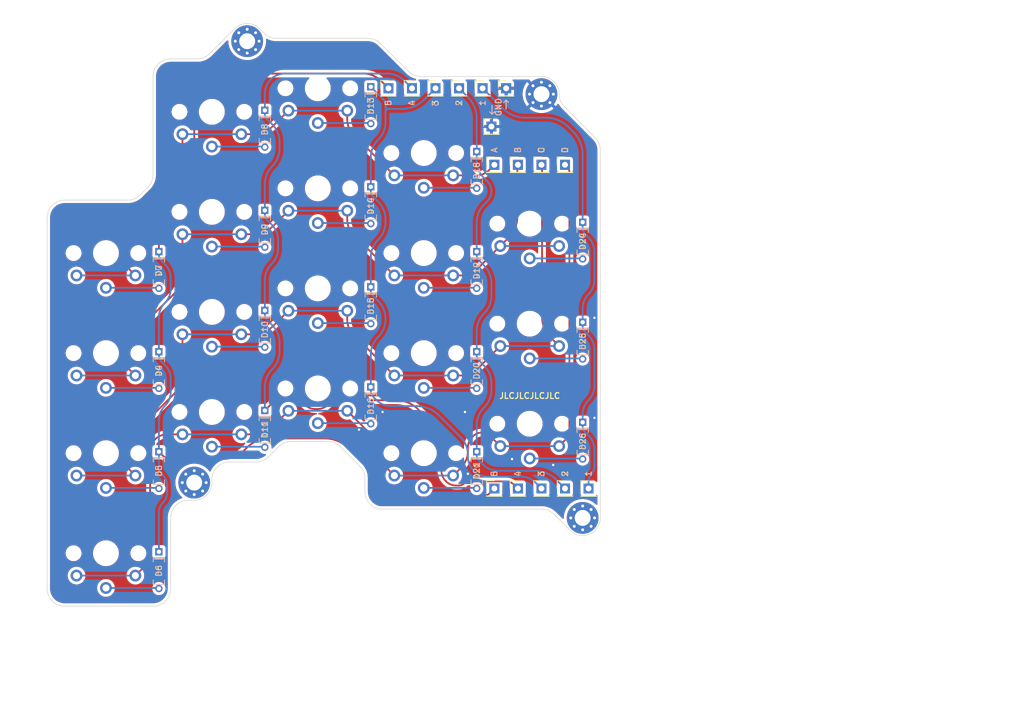
<source format=kicad_pcb>
(kicad_pcb (version 20211014) (generator pcbnew)

  (general
    (thickness 1.6)
  )

  (paper "A4")
  (layers
    (0 "F.Cu" signal)
    (31 "B.Cu" signal)
    (32 "B.Adhes" user "B.Adhesive")
    (33 "F.Adhes" user "F.Adhesive")
    (34 "B.Paste" user)
    (35 "F.Paste" user)
    (36 "B.SilkS" user "B.Silkscreen")
    (37 "F.SilkS" user "F.Silkscreen")
    (38 "B.Mask" user)
    (39 "F.Mask" user)
    (40 "Dwgs.User" user "User.Drawings")
    (41 "Cmts.User" user "User.Comments")
    (42 "Eco1.User" user "User.Eco1")
    (43 "Eco2.User" user "User.Eco2")
    (44 "Edge.Cuts" user)
    (45 "Margin" user)
    (46 "B.CrtYd" user "B.Courtyard")
    (47 "F.CrtYd" user "F.Courtyard")
    (48 "B.Fab" user)
    (49 "F.Fab" user)
    (50 "User.1" user)
    (51 "User.2" user)
    (52 "User.3" user)
    (53 "User.4" user)
    (54 "User.5" user)
    (55 "User.6" user)
    (56 "User.7" user)
    (57 "User.8" user)
    (58 "User.9" user)
  )

  (setup
    (stackup
      (layer "F.SilkS" (type "Top Silk Screen") (color "White"))
      (layer "F.Paste" (type "Top Solder Paste"))
      (layer "F.Mask" (type "Top Solder Mask") (color "Purple") (thickness 0.01))
      (layer "F.Cu" (type "copper") (thickness 0.035))
      (layer "dielectric 1" (type "core") (thickness 1.51) (material "FR4") (epsilon_r 4.5) (loss_tangent 0.02))
      (layer "B.Cu" (type "copper") (thickness 0.035))
      (layer "B.Mask" (type "Bottom Solder Mask") (color "Purple") (thickness 0.01))
      (layer "B.Paste" (type "Bottom Solder Paste"))
      (layer "B.SilkS" (type "Bottom Silk Screen") (color "White"))
      (copper_finish "None")
      (dielectric_constraints no)
    )
    (pad_to_mask_clearance 0)
    (pcbplotparams
      (layerselection 0x00010fc_ffffffff)
      (disableapertmacros false)
      (usegerberextensions false)
      (usegerberattributes true)
      (usegerberadvancedattributes true)
      (creategerberjobfile true)
      (svguseinch false)
      (svgprecision 6)
      (excludeedgelayer true)
      (plotframeref false)
      (viasonmask false)
      (mode 1)
      (useauxorigin false)
      (hpglpennumber 1)
      (hpglpenspeed 20)
      (hpglpendiameter 15.000000)
      (dxfpolygonmode true)
      (dxfimperialunits true)
      (dxfusepcbnewfont true)
      (psnegative false)
      (psa4output false)
      (plotreference true)
      (plotvalue true)
      (plotinvisibletext false)
      (sketchpadsonfab false)
      (subtractmaskfromsilk false)
      (outputformat 1)
      (mirror false)
      (drillshape 1)
      (scaleselection 1)
      (outputdirectory "")
    )
  )

  (net 0 "")
  (net 1 "GND")
  (net 2 "/5")
  (net 3 "Net-(D4-Pad2)")
  (net 4 "Net-(D5-Pad2)")
  (net 5 "Net-(D6-Pad2)")
  (net 6 "/4")
  (net 7 "Net-(D8-Pad2)")
  (net 8 "Net-(D9-Pad2)")
  (net 9 "Net-(D10-Pad2)")
  (net 10 "Net-(D11-Pad2)")
  (net 11 "/3")
  (net 12 "Net-(D13-Pad2)")
  (net 13 "Net-(D14-Pad2)")
  (net 14 "Net-(D15-Pad2)")
  (net 15 "Net-(D16-Pad2)")
  (net 16 "/2")
  (net 17 "Net-(D18-Pad2)")
  (net 18 "Net-(D19-Pad2)")
  (net 19 "Net-(D20-Pad2)")
  (net 20 "Net-(D21-Pad2)")
  (net 21 "/1")
  (net 22 "Net-(D24-Pad2)")
  (net 23 "Net-(D25-Pad2)")
  (net 24 "Net-(D26-Pad2)")
  (net 25 "Net-(D7-Pad2)")
  (net 26 "/B")
  (net 27 "/C")
  (net 28 "/D")
  (net 29 "/A")

  (footprint "resist_the:DIOAD829W49L456D191" (layer "F.Cu") (at 101 41 -90))

  (footprint "MountingHole:MountingHole_2.7mm_M2.5_Pad_Via" (layer "F.Cu") (at 155 107))

  (footprint "Connector_PinHeader_2.54mm:PinHeader_1x01_P2.54mm_Vertical" (layer "F.Cu") (at 152 102))

  (footprint "mbk:Choc-1u-solder-flip" (layer "F.Cu") (at 74 96))

  (footprint "resist_the:DIOAD829W49L456D191" (layer "F.Cu") (at 83 116 -90))

  (footprint "Connector_PinHeader_2.54mm:PinHeader_1x01_P2.54mm_Vertical" (layer "F.Cu") (at 142 34))

  (footprint "mbk:Choc-1u-solder-flip" (layer "F.Cu") (at 128 62))

  (footprint "Connector_PinHeader_2.54mm:PinHeader_1x01_P2.54mm_Vertical" (layer "F.Cu") (at 122 34))

  (footprint "Connector_PinHeader_2.54mm:PinHeader_1x01_P2.54mm_Vertical" (layer "F.Cu") (at 144 47))

  (footprint "mbk:Choc-1u-solder-flip" (layer "F.Cu") (at 92 89))

  (footprint "mbk:Choc-1u-solder-flip" (layer "F.Cu") (at 146 74))

  (footprint "mbk:Choc-1u-solder-flip" (layer "F.Cu") (at 128 45))

  (footprint "resist_the:DIOAD829W49L456D191" (layer "F.Cu") (at 101 92 -90))

  (footprint "mbk:Choc-1u-solder-flip" (layer "F.Cu") (at 128 79))

  (footprint "mbk:Choc-1u-solder-flip" (layer "F.Cu") (at 128 96))

  (footprint "resist_the:DIOAD829W49L456D191" (layer "F.Cu") (at 137 65 -90))

  (footprint "MountingHole:MountingHole_2.7mm_M2.5_Pad_Via" (layer "F.Cu") (at 148 35))

  (footprint "resist_the:DIOAD829W49L456D191" (layer "F.Cu") (at 119 71 -90))

  (footprint "mbk:Choc-1u-solder-flip" (layer "F.Cu") (at 92 55))

  (footprint "resist_the:DIOAD829W49L456D191" (layer "F.Cu") (at 101 75 -90))

  (footprint "Connector_PinHeader_2.54mm:PinHeader_1x01_P2.54mm_Vertical" (layer "F.Cu") (at 156 102))

  (footprint "resist_the:DIOAD829W49L456D191" (layer "F.Cu") (at 119 88 -90))

  (footprint "mbk:Choc-1u-solder-flip" (layer "F.Cu") (at 74 62))

  (footprint "Connector_PinHeader_2.54mm:PinHeader_1x01_P2.54mm_Vertical" (layer "F.Cu") (at 140 47))

  (footprint "Connector_PinHeader_2.54mm:PinHeader_1x01_P2.54mm_Vertical" (layer "F.Cu") (at 148 47))

  (footprint "MountingHole:MountingHole_2.7mm_M2.5_Pad_Via" (layer "F.Cu") (at 89 101))

  (footprint "resist_the:DIOAD829W49L456D191" (layer "F.Cu") (at 101 58 -90))

  (footprint "Connector_PinHeader_2.54mm:PinHeader_1x01_P2.54mm_Vertical" (layer "F.Cu") (at 144 102))

  (footprint "Connector_PinHeader_2.54mm:PinHeader_1x01_P2.54mm_Vertical" (layer "F.Cu") (at 152 47))

  (footprint "MountingHole:MountingHole_2.7mm_M2.5_Pad_Via" (layer "F.Cu") (at 98 26))

  (footprint "Connector_PinHeader_2.54mm:PinHeader_1x01_P2.54mm_Vertical" (layer "F.Cu") (at 134 34))

  (footprint "resist_the:DIOAD829W49L456D191" (layer "F.Cu") (at 155 60 -90))

  (footprint "resist_the:DIOAD829W49L456D191" (layer "F.Cu") (at 155 94 -90))

  (footprint "resist_the:DIOAD829W49L456D191" (layer "F.Cu") (at 119 37 -90))

  (footprint "resist_the:DIOAD829W49L456D191" (layer "F.Cu") (at 137 99 -90))

  (footprint "Connector_PinHeader_2.54mm:PinHeader_1x01_P2.54mm_Vertical" (layer "F.Cu") (at 139.5 40.5))

  (footprint "resist_the:DIOAD829W49L456D191" (layer "F.Cu") (at 137 82 -90))

  (footprint "resist_the:DIOAD829W49L456D191" (layer "F.Cu") (at 119 54 -90))

  (footprint "mbk:Choc-1u-solder-flip" (layer "F.Cu") (at 92 38))

  (footprint "resist_the:DIOAD829W49L456D191" (layer "F.Cu") (at 83 82 -90))

  (footprint "Connector_PinHeader_2.54mm:PinHeader_1x01_P2.54mm_Vertical" (layer "F.Cu") (at 130 34))

  (footprint "resist_the:DIOAD829W49L456D191" (layer "F.Cu")
    (tedit 6235BD20) (tstamp b6d5a133-bda1-431f-9bd7-7e44e74114d3)
    (at 83 99 -90)
    (property "Sheetfile" "matrix.kicad_sch")
    (property "Sheetname" "matrix")
    (path "/d50b0a40-1202-42dd-99f0-7359331afb7e/99dcae49-bd8c-46c3-8a0a-84bf4d5b285c")
    (attr through_hole)
    (fp_text reference "D5" (at 0 0 -90) (layer "F.SilkS")
      (effects (font (size 1.000102 1.000102) (thickness 0.15)))
      (tstamp 5bb33d94-db85-489a-ac92-e581229d6fd1)
    )
    (fp_text value "~" (at 0 2 -90) (layer "F.Fab")
      (effects (font (size 1.001921 1.001921) (thickness 0.15)))
      (tstamp 9e85a0bd-2ea4-4e21-a706-c10811c192c1)
    )
    (fp_text user "${REFERENCE}" (at 0 0 90 unlocked) (layer "B.SilkS")
      (effects (font (size 1.000102 1.000102) (thickness 0.15)) (justify mirror))
      (tstamp b7ffb364-93ba-41bc-880e-c3bee7023836)
    )
    (fp_line (start 2.28 0) (end 2.28 0.95) (layer "B.SilkS") (width 0.127) (tstamp 1ccd23ae-8f92-403a-99d9-8154cc951a79))
    (fp_line (start 2.28 -0.96) (end 1.52 -0.96) (layer "B.SilkS") (width 0.127) (tstamp 332d9a86-e08c-409b-abf8-ea31ed26e0c8))
    (fp_line (start -2.28 0) (end -2.28 0.96) (layer "B.SilkS") (width 0.127) (tstamp 4c840ab8-95f2-43b1-a2ad-1f370e68d709))
    (fp_line (start -2 -0.75) (end -2 0.75) (layer "B.SilkS") (width 0.12) (tstamp 70623c85-dd04-452f-81a0-309bf8a5d118))
    (fp_line (start 2.28 -0.96) (end 2.28 0) (layer "B.SilkS") (width 0.127) (tstamp a099be27-0a1f-4ba2-99d2-f5943e17eb23))
    (fp_line (start -1.52 0.96) (end -2.28 0.96) (layer "B.SilkS") (width 0.127) (tstamp d6915da7-c975-4eca-b35c-230c15009e82))
    (fp_line (start -2.28 -0.95) (end -2.28 0) (layer "B.SilkS") (width 0.127) (tstamp e212507d-8b18-4c6f-b2dd-20ec55fecf3a))
    (fp_line (start 2.28 0.96) (end 1.52 0.96) (layer "B.SilkS") (width 0.127) (tstamp f7154d17-4cb4-4d45-8bc4-fbd10649c676))
    (fp_line (start -1.52 -0.96) (end -2.28 -0.96) (layer "B.SilkS") (width 0.127) (tstamp ffc3ef53-5feb-4fe1-ac80-47c861c7610d))
    (fp_line (start -2.28 -0.96) (end -1.52 -0.96) (layer "F.SilkS") (width 0.127) (tstamp 080ebc12-da4e-4f24-b3ef-5b59cea85f2c))
    (fp_line (start 1.52 -0.96) (end 2.28 -0.96) (layer "F.SilkS") (width 0.127) (tstamp 21e4e437-64c6-45db-9b8c-c67f52a4f417))
    (fp_line (start -2.28 -0.96) (end -2.28 0) (layer "F.SilkS") (width 0.127) (tstamp 36f02c39-775b-4840-a9b7-d0e57ec13cc0))
    (fp_line (start 2.28 0) (end 2.28 0.96) (layer "F.SilkS") (width 0.127) (tstamp 3c5ccc71-b353-429f-a714-d960f51052a6))
    (fp_line (start 2.28 -0.95) (end 2.28 0) (layer "F.SilkS") (width 0.127) (tstamp 47002688-4a69-401e-880e-260a8eed622d))
    (fp_line (start -2.28 0.96) (end -1.52 0.96) (layer "F.SilkS") (width 0.127) (tstamp 4d04def0-c519-4ce4-b0d2-f10163bc8347))
    (fp_line (start -2 -0.75) (end -2 0.75) (layer "F.SilkS") (width 0.12) (tstamp c6a999e4-488e-41ba-8b29-4760fc0b1b9d))
    (fp_line (start 1.52 0.96) (end 2.28 0.96) (layer "F.SilkS") (width 0.127) (tstamp ca747762-c3f5-44ee-aad2-345176ec7dfc))
    (fp_line (start -2.28 0) (end -2.28 0.95) (layer "F.SilkS") (width 0.127) (tstamp ec919632-5508-492d-9af1-515fd5f9d13a))
    (fp_line (start -4 -0.815) (end -4 0.815) (layer "F.CrtYd") (width 0.05) (tstamp 010a6031-4edd-49ee-bc53-55e656a2a41d))
    (fp_line (start -2.53 1) (end -2.53 0.815) (layer "F.CrtYd") (width 0.05) (tstamp 029605f9-3074-46cd-9bbe-0b7157ae90d7))
    (fp_line (start 3.75 -0.815) (end 2.53 -0.815) (layer "F.CrtYd") (width 0.05) (tstamp 46bfaca1-7072-4562-9444-60f9f3ac83ec))
    (fp_line (start -2.53 -1) (end -2.53 -0.815) (layer "F.CrtYd") (width 0.05) (tstamp 4d162fdc-2601-4f2b-9d9c-b58a4fcf53a4))
    (fp_line (start 3.75 0.815) (end 2.53 0.815) (layer "F.CrtYd") (width 0.05) (tstamp 565d24fc-69c1-4e13-b1ad-58095e124139))
    (fp_line (start 2.53 -1) (end 2.53 -0.815) (layer "F.CrtYd") (width 0.05) (tstamp 5ddcce53-43e3-4645-b822-7360f5cd6e27))
    (fp_line (start 2.53 1) (end 2.53 0.815) (layer "F.CrtYd") (width 0.05) (tstamp 7476c36a-c1a7-438a-abc8-a1619676e9cc))
    (fp_line (start 2.53 1) (end -2.53 1) (layer "F.CrtYd") (width 0.05) (tstamp 794a682e-cb27-469b-95c9-b46c78772626))
    (fp_line (start -2.53 -1) (end 2.53 -1) (layer "F.CrtYd") (width 0.05) (tstamp 81336d77-38fa-4743-afbf-90a1e1344873))
    (fp_line (start 3.75 -0.815) (end 3.75 0.815) (layer "F.CrtYd") (width 0.05) (tstamp 923b83d0-c6da-49cc-9f12-f2e27e1ec142))
    (fp_line (start -2.53 0.815) (end -4 0.815) (layer "F.CrtYd") (width 0.05) (tstamp ba5a2b26-d988-43b7-aabe-c708801aac91))
    (fp_line (start -2.53 -0.815) (end -4 -0.815) (layer "F.CrtYd") (width 0.05) (tstamp d5d9f411-28cc-4567-b7fb-a742931e14a5))
    (fp_line (start -2 -0.75) (end -2 0.75) (layer "B.Fab") (width 0.1) (tstamp 87b8d9df-417b-4b65-8fd1-eb2412fac915))
    (fp_line (start 2.28 0) (end 2.28 0.96) (layer "F.Fab") (width 0.127) (tstamp 013e58ce-10df-4588-9ee1-b5410bff3cac))
    (fp_line (start -2.28 -0.96) (end -2.28 0) (layer "F.Fab") (width 0.127) (tstamp 24f546c2-4f34-4a2b-8966-f476f447d746))
    (fp_line (start -2.28 0.96) (end 2.28 0.96) (layer "F.Fab") (width 0.127) (tstamp 30fbd25e-1c08-4010-9632-ebefe075477c))
    (fp_line (start 2.28 0) (end 3.581 0) (layer "F.Fab") (width 0.127) (tstamp 7f75d601-3827-49fa-b150-422ff0309479))
    (fp_line (start 2.28 -0.96) (end 2.28 0) (layer "F.Fab") (width 0.127) (tstamp 94714c2e-3df3-42c4-9181-59ce37ad9cd1))
    (fp_line (start -2.28 0) (end -2.28 0.96) (layer "F.Fab") (width 0.127) (tstamp b72527e2-5742-4854-8c38-8dd13d497c8b))
    (fp_line (start -3.581 0) (end -2.28 0) (layer "F.Fab") (width 0.127) (tstamp bcfbbe3b-8904-4b2
... [1505477 chars truncated]
</source>
